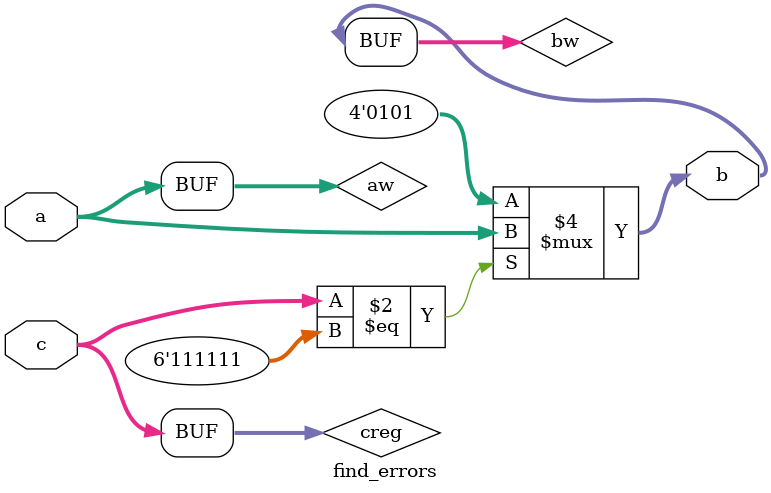
<source format=v>
/*//////////////////////////////////////////////////////////////////////////////
//                                                                            //
//               Application Assignment Problem 2 Module 3 Course 2           //
//                                                                            //
////////////////////////////////////////////////////////////////////////////////
//
// [Replace [items in brackets] with your content]
// @file AAC2M1P2.vhd
// @brief Application Assignment 2-007 Example code with errors to be found
// @version: 1.0 
// Date of current revision:  @date 2019-06-20  
// Target FPGA: [Intel Altera MAX10] 
// Tools used: [Quartus Prime 16.1 or Sigasi] for editing and/or synthesis 
//             [Modeltech ModelSIM 10.4a Student Edition] for simulation 
//             [Quartus Prime 16.1]  for place and route if applied
//             
//  Functional Description:  This file contains the Verilog which describes the 
//               FPGA implementation of a fixed/variable 4-bit mux. The inputs 
//               are a, a 4-bit vector, a fixed 4-bit vector, and c, a 6-bit
//               selector, with b, a 4-bit vector as the output.  

//  Hierarchy:  There is only one level in this simple design.
//  
//  Designed by:  @author [your name] 
//                [Organization]
//                [email] 
// 
//      Copyright (c) 2019 by Tim Scherr
//
// Redistribution, modification or use of this software in source or binary
// forms is permitted as long as the files maintain this copyright. Users are
// permitted to modify this and use it to learn about the field of HDl code.
// Tim Scherr and the University of Colorado are not liable for any misuse
// of this material.
//////////////////////////////////////////////////////////////////////////////
// 
*/
module find_errors  (                         // line 1
  input[3:0]  a,                             // line 2
  output[3:0] b,                             // line 3
  input[5:0]  c                              // line 4
);                                             // line 5
  wire [3:0]aw;                              // line 6
  reg  [3:0]bw;                              // line 7
  wire [5:0]creg;                              // line 8
begin                                        // line 9
  assign aw = a;                             // line 10
  assign b = bw;                             // line 11
  assign creg = c;                           // line 12
always @*                                    // line 13 
begin                                      // line 14
  if (creg == 6'h3F)   //creg is all 1s     // line 15 
    bw  <= aw;                             // line 16  
  else                                     // line 17
    bw <= 4'b0101;                           // line 18   
  end                                     // line 19
end                               // line 20  
endmodule                                 // line 21   

    
</source>
